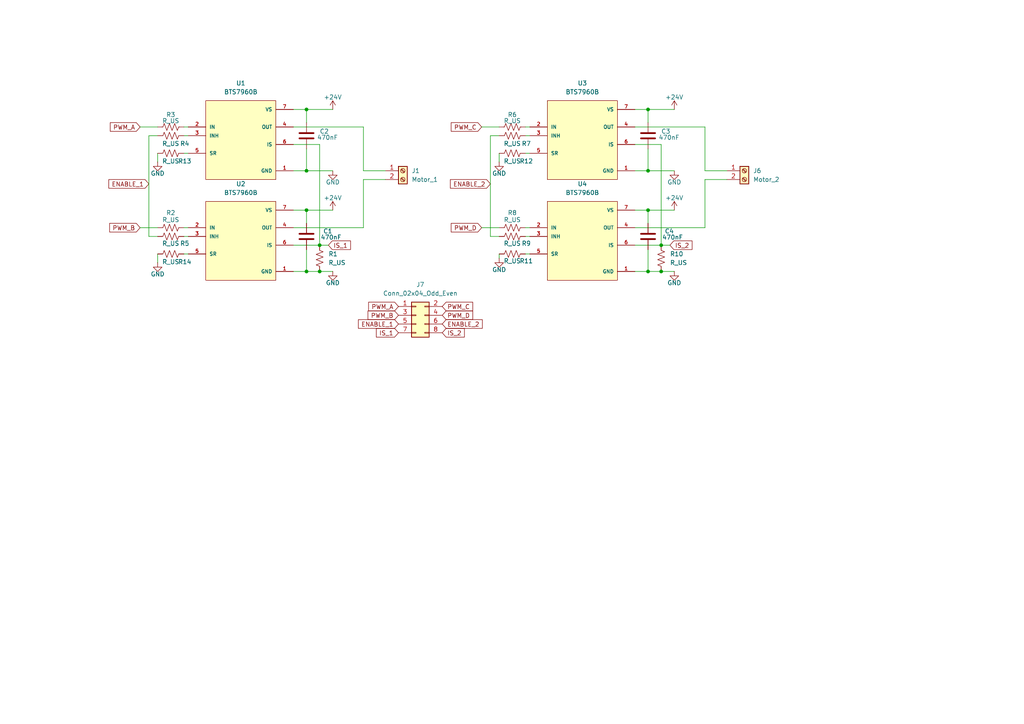
<source format=kicad_sch>
(kicad_sch (version 20250114) (generator "eeschema") (generator_version "9.0")
  (paper "A4")
  (lib_symbols
    (symbol "Connector:Screw_Terminal_01x02" (pin_names (offset 1.016) (hide yes))
      (property "Reference" "J" (at 0 2.54 0))
      (property "Value" "Screw_Terminal_01x02" (at 0 -5.08 0))
      (symbol "Screw_Terminal_01x02_1_1"
        (rectangle (start -1.27 1.27) (end 1.27 -3.81) (stroke (width 0.254)) (fill (type background)))
        (polyline (pts (xy -0.5334 0.3302) (xy 0.3302 -0.508)) (stroke (width 0.1524)))
        (polyline (pts (xy -0.5334 -2.2098) (xy 0.3302 -3.048)) (stroke (width 0.1524)))
        (polyline (pts (xy -0.3556 0.508) (xy 0.508 -0.3302)) (stroke (width 0.1524)))
        (polyline (pts (xy -0.3556 -2.032) (xy 0.508 -2.8702)) (stroke (width 0.1524)))
        (circle (center 0 0) (radius 0.635) (stroke (width 0.1524)))
        (circle (center 0 -2.54) (radius 0.635) (stroke (width 0.1524)))
        (pin passive line (at -5.08 0 0) (length 3.81) (name "Pin_1") (number "1"))
        (pin passive line (at -5.08 -2.54 0) (length 3.81) (name "Pin_2") (number "2"))
      )
    )
    (symbol "Connector_Generic:Conn_02x04_Odd_Even" (pin_names (offset 1.016) (hide yes))
      (property "Reference" "J" (at 1.27 5.08 0))
      (property "Value" "Conn_02x04_Odd_Even" (at 1.27 -7.62 0))
      (symbol "Conn_02x04_Odd_Even_1_1"
        (rectangle (start -1.27 3.81) (end 3.81 -6.35) (stroke (width 0.254)) (fill (type background)))
        (rectangle (start -1.27 2.667) (end 0 2.413) (stroke (width 0.1524)))
        (rectangle (start -1.27 0.127) (end 0 -0.127) (stroke (width 0.1524)))
        (rectangle (start -1.27 -2.413) (end 0 -2.667) (stroke (width 0.1524)))
        (rectangle (start -1.27 -4.953) (end 0 -5.207) (stroke (width 0.1524)))
        (rectangle (start 3.81 2.667) (end 2.54 2.413) (stroke (width 0.1524)))
        (rectangle (start 3.81 0.127) (end 2.54 -0.127) (stroke (width 0.1524)))
        (rectangle (start 3.81 -2.413) (end 2.54 -2.667) (stroke (width 0.1524)))
        (rectangle (start 3.81 -4.953) (end 2.54 -5.207) (stroke (width 0.1524)))
        (pin passive line (at -5.08 2.54 0) (length 3.81) (name "Pin_1") (number "1"))
        (pin passive line (at -5.08 0 0) (length 3.81) (name "Pin_3") (number "3"))
        (pin passive line (at -5.08 -2.54 0) (length 3.81) (name "Pin_5") (number "5"))
        (pin passive line (at -5.08 -5.08 0) (length 3.81) (name "Pin_7") (number "7"))
        (pin passive line (at 7.62 2.54 180) (length 3.81) (name "Pin_2") (number "2"))
        (pin passive line (at 7.62 0 180) (length 3.81) (name "Pin_4") (number "4"))
        (pin passive line (at 7.62 -2.54 180) (length 3.81) (name "Pin_6") (number "6"))
        (pin passive line (at 7.62 -5.08 180) (length 3.81) (name "Pin_8") (number "8"))
      )
    )
    (symbol "Device:C" (pin_numbers (hide yes)) (pin_names (offset 0.254))
      (property "Reference" "C" (at 0.635 2.54 0))
      (property "Value" "C" (at 0.635 -2.54 0))
      (symbol "C_0_1"
        (polyline (pts (xy -2.032 0.762) (xy 2.032 0.762)) (stroke (width 0.508)))
        (polyline (pts (xy -2.032 -0.762) (xy 2.032 -0.762)) (stroke (width 0.508)))
      )
      (symbol "C_1_1"
        (pin passive line (at 0 3.81 270) (length 2.794) (name "~") (number "1"))
        (pin passive line (at 0 -3.81 90) (length 2.794) (name "~") (number "2"))
      )
    )
    (symbol "Device:R_US" (pin_numbers (hide yes)) (pin_names (offset 0))
      (property "Reference" "R" (at 2.54 0 90))
      (property "Value" "R_US" (at -2.54 0 90))
      (symbol "R_US_0_1"
        (polyline (pts (xy 0 2.286) (xy 0 2.54)))
        (polyline (pts (xy 0 2.286) (xy 1.016 1.905) (xy 0 1.524) (xy -1.016 1.143) (xy 0 0.762)))
        (polyline (pts (xy 0 0.762) (xy 1.016 0.381) (xy 0 0) (xy -1.016 -0.381) (xy 0 -0.762)))
        (polyline (pts (xy 0 -0.762) (xy 1.016 -1.143) (xy 0 -1.524) (xy -1.016 -1.905) (xy 0 -2.286)))
        (polyline (pts (xy 0 -2.286) (xy 0 -2.54)))
      )
      (symbol "R_US_1_1"
        (pin passive line (at 0 3.81 270) (length 1.27) (name "~") (number "1"))
        (pin passive line (at 0 -3.81 90) (length 1.27) (name "~") (number "2"))
      )
    )
    (symbol "Electronianos_Lib:BTS7960B" (pin_names (offset 1.016))
      (property "Reference" "U" (at -10.16 10.922 0))
      (property "Value" "BTS7960B" (at -10.16 -15.24 0))
      (symbol "BTS7960B_0_0"
        (rectangle (start -10.16 -12.7) (end 10.16 10.16) (stroke (width 0.1524)) (fill (type background)))
        (pin input line (at -15.24 2.54 0) (length 5.08) (name "IN") (number "2"))
        (pin input line (at -15.24 0 0) (length 5.08) (name "INH") (number "3"))
        (pin input line (at -15.24 -5.08 0) (length 5.08) (name "SR") (number "5"))
        (pin power_in line (at 15.24 7.62 180) (length 5.08) (name "VS") (number "7"))
        (pin output line (at 15.24 2.54 180) (length 5.08) (name "OUT") (number "4"))
        (pin output line (at 15.24 2.54 180) (length 5.08) (hide yes) (name "OUT") (number "8"))
        (pin output line (at 15.24 -2.54 180) (length 5.08) (name "IS") (number "6"))
        (pin power_in line (at 15.24 -10.16 180) (length 5.08) (name "GND") (number "1"))
      )
    )
    (symbol "power:+24V" (power) (pin_numbers (hide yes)) (pin_names (offset 0) (hide yes))
      (property "Value" "+24V" (at 0 3.556 0))
      (symbol "+24V_0_1"
        (polyline (pts (xy -0.762 1.27) (xy 0 2.54)))
        (polyline (pts (xy 0 2.54) (xy 0.762 1.27)))
        (polyline (pts (xy 0 0) (xy 0 2.54)))
      )
      (symbol "+24V_1_1"
        (pin power_in line (at 0 0 90) (length 0) (name "~") (number "1"))
      )
    )
    (symbol "power:GND" (power) (pin_numbers (hide yes)) (pin_names (offset 0) (hide yes))
      (property "Value" "GND" (at 0 -3.81 0))
      (symbol "GND_0_1"
        (polyline (pts (xy 0 0) (xy 0 -1.27) (xy 1.27 -1.27) (xy 0 -2.54) (xy -1.27 -1.27) (xy 0 -1.27)))
      )
      (symbol "GND_1_1"
        (pin power_in line (at 0 0 270) (length 0) (name "~") (number "1"))
      )
    )
  )
  (junction (at 92.71 78.74))
  (junction (at 88.9 78.74))
  (junction (at 191.77 78.74))
  (junction (at 187.96 49.53))
  (junction (at 88.9 60.96))
  (junction (at 92.71 71.12))
  (junction (at 88.9 31.75))
  (junction (at 88.9 49.53))
  (junction (at 187.96 78.74))
  (junction (at 187.96 60.96))
  (junction (at 191.77 71.12))
  (junction (at 187.96 31.75))
  (wire (pts (xy 204.47 36.83) (xy 204.47 49.53)))
  (wire (pts (xy 40.64 36.83) (xy 45.72 36.83)))
  (wire (pts (xy 88.9 43.18) (xy 88.9 49.53)))
  (wire (pts (xy 96.52 31.75) (xy 88.9 31.75)))
  (wire (pts (xy 88.9 78.74) (xy 85.09 78.74)))
  (wire (pts (xy 53.34 36.83) (xy 54.61 36.83)))
  (wire (pts (xy 92.71 71.12) (xy 85.09 71.12)))
  (wire (pts (xy 152.4 73.66) (xy 153.67 73.66)))
  (wire (pts (xy 85.09 41.91) (xy 92.71 41.91)))
  (wire (pts (xy 187.96 43.18) (xy 187.96 49.53)))
  (wire (pts (xy 204.47 52.07) (xy 210.82 52.07)))
  (wire (pts (xy 105.41 66.04) (xy 105.41 52.07)))
  (wire (pts (xy 88.9 49.53) (xy 85.09 49.53)))
  (wire (pts (xy 187.96 49.53) (xy 184.15 49.53)))
  (wire (pts (xy 45.72 44.45) (xy 45.72 46.99)))
  (wire (pts (xy 53.34 73.66) (xy 54.61 73.66)))
  (wire (pts (xy 95.25 71.12) (xy 92.71 71.12)))
  (wire (pts (xy 88.9 49.53) (xy 96.52 49.53)))
  (wire (pts (xy 187.96 78.74) (xy 184.15 78.74)))
  (wire (pts (xy 96.52 60.96) (xy 88.9 60.96)))
  (wire (pts (xy 187.96 49.53) (xy 195.58 49.53)))
  (wire (pts (xy 92.71 78.74) (xy 88.9 78.74)))
  (wire (pts (xy 88.9 60.96) (xy 88.9 64.77)))
  (wire (pts (xy 139.7 36.83) (xy 144.78 36.83)))
  (wire (pts (xy 144.78 39.37) (xy 142.24 39.37)))
  (wire (pts (xy 53.34 68.58) (xy 54.61 68.58)))
  (wire (pts (xy 53.34 66.04) (xy 54.61 66.04)))
  (wire (pts (xy 152.4 66.04) (xy 153.67 66.04)))
  (wire (pts (xy 204.47 66.04) (xy 204.47 52.07)))
  (wire (pts (xy 105.41 49.53) (xy 111.76 49.53)))
  (wire (pts (xy 187.96 31.75) (xy 184.15 31.75)))
  (wire (pts (xy 195.58 78.74) (xy 191.77 78.74)))
  (wire (pts (xy 45.72 73.66) (xy 45.72 76.2)))
  (wire (pts (xy 105.41 52.07) (xy 111.76 52.07)))
  (wire (pts (xy 152.4 44.45) (xy 153.67 44.45)))
  (wire (pts (xy 105.41 36.83) (xy 105.41 49.53)))
  (wire (pts (xy 195.58 31.75) (xy 187.96 31.75)))
  (wire (pts (xy 53.34 44.45) (xy 54.61 44.45)))
  (wire (pts (xy 144.78 44.45) (xy 144.78 46.99)))
  (wire (pts (xy 152.4 36.83) (xy 153.67 36.83)))
  (wire (pts (xy 92.71 41.91) (xy 92.71 71.12)))
  (wire (pts (xy 85.09 66.04) (xy 105.41 66.04)))
  (wire (pts (xy 88.9 60.96) (xy 85.09 60.96)))
  (wire (pts (xy 191.77 71.12) (xy 184.15 71.12)))
  (wire (pts (xy 195.58 60.96) (xy 187.96 60.96)))
  (wire (pts (xy 191.77 78.74) (xy 187.96 78.74)))
  (wire (pts (xy 187.96 72.39) (xy 187.96 78.74)))
  (wire (pts (xy 194.31 71.12) (xy 191.77 71.12)))
  (wire (pts (xy 187.96 31.75) (xy 187.96 35.56)))
  (wire (pts (xy 184.15 36.83) (xy 204.47 36.83)))
  (wire (pts (xy 142.24 68.58) (xy 144.78 68.58)))
  (wire (pts (xy 153.67 39.37) (xy 152.4 39.37)))
  (wire (pts (xy 43.18 39.37) (xy 43.18 68.58)))
  (wire (pts (xy 204.47 49.53) (xy 210.82 49.53)))
  (wire (pts (xy 43.18 68.58) (xy 45.72 68.58)))
  (wire (pts (xy 187.96 60.96) (xy 187.96 64.77)))
  (wire (pts (xy 54.61 39.37) (xy 53.34 39.37)))
  (wire (pts (xy 139.7 66.04) (xy 144.78 66.04)))
  (wire (pts (xy 85.09 36.83) (xy 105.41 36.83)))
  (wire (pts (xy 45.72 39.37) (xy 43.18 39.37)))
  (wire (pts (xy 142.24 39.37) (xy 142.24 68.58)))
  (wire (pts (xy 152.4 68.58) (xy 153.67 68.58)))
  (wire (pts (xy 144.78 73.66) (xy 144.78 74.93)))
  (wire (pts (xy 184.15 41.91) (xy 191.77 41.91)))
  (wire (pts (xy 184.15 66.04) (xy 204.47 66.04)))
  (wire (pts (xy 96.52 78.74) (xy 92.71 78.74)))
  (wire (pts (xy 187.96 60.96) (xy 184.15 60.96)))
  (wire (pts (xy 191.77 41.91) (xy 191.77 71.12)))
  (wire (pts (xy 88.9 31.75) (xy 88.9 35.56)))
  (wire (pts (xy 40.64 66.04) (xy 45.72 66.04)))
  (wire (pts (xy 88.9 72.39) (xy 88.9 78.74)))
  (wire (pts (xy 88.9 31.75) (xy 85.09 31.75)))
  (global_label "PWM_A" (shape input) (at 115.57 88.9 180) (property "Intersheetrefs" "${INTERSHEET_REFS}" (effects (hide yes))))
  (global_label "PWM_B" (shape input) (at 115.57 91.44 180) (property "Intersheetrefs" "${INTERSHEET_REFS}" (effects (hide yes))))
  (global_label "IS_1" (shape input) (at 95.25 71.12 0) (property "Intersheetrefs" "${INTERSHEET_REFS}" (effects (hide yes))))
  (global_label "PWM_A" (shape input) (at 40.64 36.83 180) (property "Intersheetrefs" "${INTERSHEET_REFS}" (effects (hide yes))))
  (global_label "ENABLE_1" (shape input) (at 115.57 93.98 180) (property "Intersheetrefs" "${INTERSHEET_REFS}" (effects (hide yes))))
  (global_label "PWM_C" (shape input) (at 139.7 36.83 180) (property "Intersheetrefs" "${INTERSHEET_REFS}" (effects (hide yes))))
  (global_label "PWM_D" (shape input) (at 128.27 91.44 0) (property "Intersheetrefs" "${INTERSHEET_REFS}" (effects (hide yes))))
  (global_label "IS_2" (shape input) (at 194.31 71.12 0) (property "Intersheetrefs" "${INTERSHEET_REFS}" (effects (hide yes))))
  (global_label "ENABLE_1" (shape input) (at 43.18 53.34 180) (property "Intersheetrefs" "${INTERSHEET_REFS}" (effects (hide yes))))
  (global_label "ENABLE_2" (shape input) (at 128.27 93.98 0) (property "Intersheetrefs" "${INTERSHEET_REFS}" (effects (hide yes))))
  (global_label "IS_2" (shape input) (at 128.27 96.52 0) (property "Intersheetrefs" "${INTERSHEET_REFS}" (effects (hide yes))))
  (global_label "PWM_B" (shape input) (at 40.64 66.04 180) (property "Intersheetrefs" "${INTERSHEET_REFS}" (effects (hide yes))))
  (global_label "PWM_C" (shape input) (at 128.27 88.9 0) (property "Intersheetrefs" "${INTERSHEET_REFS}" (effects (hide yes))))
  (global_label "IS_1" (shape input) (at 115.57 96.52 180) (property "Intersheetrefs" "${INTERSHEET_REFS}" (effects (hide yes))))
  (global_label "ENABLE_2" (shape input) (at 142.24 53.34 180) (property "Intersheetrefs" "${INTERSHEET_REFS}" (effects (hide yes))))
  (global_label "PWM_D" (shape input) (at 139.7 66.04 180) (property "Intersheetrefs" "${INTERSHEET_REFS}" (effects (hide yes))))
  (symbol (lib_id "Device:R_US") (at 49.53 39.37 270) (unit 1)
    (property "Reference" "R4" (at 53.594 41.656 90))
    (property "Value" "R_US" (at 49.53 41.656 90))
    (property "Footprint" "Resistor_SMD:R_0805_2012Metric_Pad1.20x1.40mm_HandSolder" (effects (hide yes)))
    (property "Description" "Resistor, US symbol" (effects (hide yes)))
  )
  (symbol (lib_id "Device:R_US") (at 49.53 44.45 270) (unit 1)
    (property "Reference" "R13" (at 53.594 46.736 90))
    (property "Value" "R_US" (at 49.53 46.736 90))
    (property "Footprint" "Resistor_SMD:R_0805_2012Metric_Pad1.20x1.40mm_HandSolder" (effects (hide yes)))
    (property "Description" "Resistor, US symbol" (effects (hide yes)))
  )
  (symbol (lib_id "Device:R_US") (at 49.53 73.66 270) (unit 1)
    (property "Reference" "R14" (at 53.594 75.946 90))
    (property "Value" "R_US" (at 49.53 75.946 90))
    (property "Footprint" "Resistor_SMD:R_0805_2012Metric_Pad1.20x1.40mm_HandSolder" (effects (hide yes)))
    (property "Description" "Resistor, US symbol" (effects (hide yes)))
  )
  (symbol (lib_id "Electronianos_Lib:BTS7960B") (at 69.85 39.37 0) (unit 1)
    (property "Reference" "U1" (at 69.85 24.13 0))
    (property "Value" "BTS7960B" (at 69.85 26.67 0))
    (property "Footprint" "Electronianos_Lib:BTS7960B_DPAK127P1490X440-8N" (effects (hide yes)))
    (property "MF" "Infineon" (effects (hide yes)))
    (property "MAXIMUM_PACKAGE_HEIGHT" "4.4mm" (effects (hide yes)))
    (property "Package" "TO-263 Infineon" (effects (hide yes)))
    (property "Price" "None" (effects (hide yes)))
    (property "Check_prices" "https://www.snapeda.com/parts/BTS7960B/Infineon/view-part/?ref=eda" (effects (hide yes)))
    (property "STANDARD" "IPC-7351B" (effects (hide yes)))
    (property "PARTREV" "1.1" (effects (hide yes)))
    (property "SnapEDA_Link" "https://www.snapeda.com/parts/BTS7960B/Infineon/view-part/?ref=snap" (effects (hide yes)))
    (property "MP" "BTS7960B" (effects (hide yes)))
    (property "Purchase-URL" "https://www.snapeda.com/api/url_track_click_mouser/?unipart_id=567474&manufacturer=Infineon&part_name=BTS7960B&search_term=None" (effects (hide yes)))
    (property "Description_1" "Half Bridge Driver DC Motors, General Purpose DMOS PG-TO263-7-1" (effects (hide yes)))
    (property "Availability" "In Stock" (effects (hide yes)))
    (property "MANUFACTURER" "Infineon" (effects (hide yes)))
  )
  (symbol (lib_id "power:+24V") (at 96.52 31.75 0) (unit 1)
    (property "Reference" "#PWR07" (effects (hide yes)))
    (property "Value" "+24V" (at 96.52 28.194 0))
    (property "Description" "Power symbol creates a global label with name \"+24V\"" (effects (hide yes)))
  )
  (symbol (lib_id "power:GND") (at 96.52 49.53 0) (unit 1)
    (property "Reference" "#PWR04" (effects (hide yes)))
    (property "Value" "GND" (at 96.52 52.832 0))
    (property "Description" "Power symbol creates a global label with name \"GND\" , ground" (effects (hide yes)))
  )
  (symbol (lib_id "Device:R_US") (at 148.59 68.58 270) (unit 1)
    (property "Reference" "R9" (at 152.654 70.612 90))
    (property "Value" "R_US" (at 148.59 70.612 90))
    (property "Footprint" "Resistor_SMD:R_0805_2012Metric_Pad1.20x1.40mm_HandSolder" (effects (hide yes)))
    (property "Description" "Resistor, US symbol" (effects (hide yes)))
  )
  (symbol (lib_id "Device:C") (at 88.9 39.37 0) (unit 1)
    (property "Reference" "C2" (at 92.71 38.0999 0) (effects (justify left)))
    (property "Value" "470nF" (at 91.948 39.878 0) (effects (justify left)))
    (property "Footprint" "Capacitor_SMD:C_0805_2012Metric_Pad1.18x1.45mm_HandSolder" (effects (hide yes)))
    (property "Description" "Unpolarized capacitor" (effects (hide yes)))
  )
  (symbol (lib_id "Device:R_US") (at 191.77 74.93 0) (unit 1)
    (property "Reference" "R10" (at 194.31 73.6599 0) (effects (justify left)))
    (property "Value" "R_US" (at 194.31 76.1999 0) (effects (justify left)))
    (property "Footprint" "Resistor_SMD:R_0805_2012Metric_Pad1.20x1.40mm_HandSolder" (effects (hide yes)))
    (property "Description" "Resistor, US symbol" (effects (hide yes)))
  )
  (symbol (lib_id "Connector_Generic:Conn_02x04_Odd_Even") (at 120.65 91.44 0) (unit 1)
    (property "Reference" "J7" (at 121.92 82.55 0))
    (property "Value" "Conn_02x04_Odd_Even" (at 121.92 85.09 0))
    (property "Footprint" "Connector_PinHeader_2.54mm:PinHeader_2x04_P2.54mm_Horizontal" (effects (hide yes)))
    (property "Description" "Generic connector, double row, 02x04, odd/even pin numbering scheme (row 1 odd numbers, row 2 even numbers), script generated (kicad-library-utils/schlib/autogen/connector/)" (effects (hide yes)))
  )
  (symbol (lib_id "Electronianos_Lib:BTS7960B") (at 69.85 68.58 0) (unit 1)
    (property "Reference" "U2" (at 69.85 53.34 0))
    (property "Value" "BTS7960B" (at 69.85 55.88 0))
    (property "Footprint" "Electronianos_Lib:BTS7960B_DPAK127P1490X440-8N" (effects (hide yes)))
    (property "MF" "Infineon" (effects (hide yes)))
    (property "MAXIMUM_PACKAGE_HEIGHT" "4.4mm" (effects (hide yes)))
    (property "Package" "TO-263 Infineon" (effects (hide yes)))
    (property "Price" "None" (effects (hide yes)))
    (property "Check_prices" "https://www.snapeda.com/parts/BTS7960B/Infineon/view-part/?ref=eda" (effects (hide yes)))
    (property "STANDARD" "IPC-7351B" (effects (hide yes)))
    (property "PARTREV" "1.1" (effects (hide yes)))
    (property "SnapEDA_Link" "https://www.snapeda.com/parts/BTS7960B/Infineon/view-part/?ref=snap" (effects (hide yes)))
    (property "MP" "BTS7960B" (effects (hide yes)))
    (property "Purchase-URL" "https://www.snapeda.com/api/url_track_click_mouser/?unipart_id=567474&manufacturer=Infineon&part_name=BTS7960B&search_term=None" (effects (hide yes)))
    (property "Description_1" "Half Bridge Driver DC Motors, General Purpose DMOS PG-TO263-7-1" (effects (hide yes)))
    (property "Availability" "In Stock" (effects (hide yes)))
    (property "MANUFACTURER" "Infineon" (effects (hide yes)))
  )
  (symbol (lib_id "Device:R_US") (at 148.59 66.04 270) (unit 1)
    (property "Reference" "R8" (at 148.59 61.722 90))
    (property "Value" "R_US" (at 148.59 63.754 90))
    (property "Footprint" "Resistor_SMD:R_0805_2012Metric_Pad1.20x1.40mm_HandSolder" (effects (hide yes)))
    (property "Description" "Resistor, US symbol" (effects (hide yes)))
  )
  (symbol (lib_id "Device:C") (at 88.9 68.58 0) (unit 1)
    (property "Reference" "C1" (at 93.726 67.056 0) (effects (justify left)))
    (property "Value" "470nF" (at 92.964 68.834 0) (effects (justify left)))
    (property "Footprint" "Capacitor_SMD:C_0805_2012Metric_Pad1.18x1.45mm_HandSolder" (effects (hide yes)))
    (property "Description" "Unpolarized capacitor" (effects (hide yes)))
  )
  (symbol (lib_id "power:GND") (at 144.78 46.99 0) (unit 1)
    (property "Reference" "#PWR05" (effects (hide yes)))
    (property "Value" "GND" (at 144.78 50.292 0))
    (property "Description" "Power symbol creates a global label with name \"GND\" , ground" (effects (hide yes)))
  )
  (symbol (lib_id "Device:R_US") (at 148.59 44.45 270) (unit 1)
    (property "Reference" "R12" (at 152.654 46.736 90))
    (property "Value" "R_US" (at 148.59 46.736 90))
    (property "Footprint" "Resistor_SMD:R_0805_2012Metric_Pad1.20x1.40mm_HandSolder" (effects (hide yes)))
    (property "Description" "Resistor, US symbol" (effects (hide yes)))
  )
  (symbol (lib_id "Device:C") (at 187.96 39.37 0) (unit 1)
    (property "Reference" "C3" (at 191.77 38.0999 0) (effects (justify left)))
    (property "Value" "470nF" (at 191.008 39.878 0) (effects (justify left)))
    (property "Footprint" "Capacitor_SMD:C_0805_2012Metric_Pad1.18x1.45mm_HandSolder" (effects (hide yes)))
    (property "Description" "Unpolarized capacitor" (effects (hide yes)))
  )
  (symbol (lib_id "power:GND") (at 144.78 74.93 0) (unit 1)
    (property "Reference" "#PWR08" (effects (hide yes)))
    (property "Value" "GND" (at 144.78 78.232 0))
    (property "Description" "Power symbol creates a global label with name \"GND\" , ground" (effects (hide yes)))
  )
  (symbol (lib_id "Electronianos_Lib:BTS7960B") (at 168.91 68.58 0) (unit 1)
    (property "Reference" "U4" (at 168.91 53.34 0))
    (property "Value" "BTS7960B" (at 168.91 55.88 0))
    (property "Footprint" "Electronianos_Lib:BTS7960B_DPAK127P1490X440-8N" (effects (hide yes)))
    (property "MF" "Infineon" (effects (hide yes)))
    (property "MAXIMUM_PACKAGE_HEIGHT" "4.4mm" (effects (hide yes)))
    (property "Package" "TO-263 Infineon" (effects (hide yes)))
    (property "Price" "None" (effects (hide yes)))
    (property "Check_prices" "https://www.snapeda.com/parts/BTS7960B/Infineon/view-part/?ref=eda" (effects (hide yes)))
    (property "STANDARD" "IPC-7351B" (effects (hide yes)))
    (property "PARTREV" "1.1" (effects (hide yes)))
    (property "SnapEDA_Link" "https://www.snapeda.com/parts/BTS7960B/Infineon/view-part/?ref=snap" (effects (hide yes)))
    (property "MP" "BTS7960B" (effects (hide yes)))
    (property "Purchase-URL" "https://www.snapeda.com/api/url_track_click_mouser/?unipart_id=567474&manufacturer=Infineon&part_name=BTS7960B&search_term=None" (effects (hide yes)))
    (property "Description_1" "Half Bridge Driver DC Motors, General Purpose DMOS PG-TO263-7-1" (effects (hide yes)))
    (property "Availability" "In Stock" (effects (hide yes)))
    (property "MANUFACTURER" "Infineon" (effects (hide yes)))
  )
  (symbol (lib_id "Connector:Screw_Terminal_01x02") (at 215.9 49.53 0) (unit 1)
    (property "Reference" "J6" (at 218.44 49.5299 0) (effects (justify left)))
    (property "Value" "Motor_2" (at 218.44 52.0699 0) (effects (justify left)))
    (property "Footprint" "Connector_AMASS:AMASS_XT30PW-M_1x02_P2.50mm_Horizontal" (effects (hide yes)))
    (property "Description" "Generic screw terminal, single row, 01x02, script generated (kicad-library-utils/schlib/autogen/connector/)" (effects (hide yes)))
  )
  (symbol (lib_id "Device:C") (at 187.96 68.58 0) (unit 1)
    (property "Reference" "C4" (at 192.786 67.056 0) (effects (justify left)))
    (property "Value" "470nF" (at 192.024 68.834 0) (effects (justify left)))
    (property "Footprint" "Capacitor_SMD:C_0805_2012Metric_Pad1.18x1.45mm_HandSolder" (effects (hide yes)))
    (property "Description" "Unpolarized capacitor" (effects (hide yes)))
  )
  (symbol (lib_id "Device:R_US") (at 148.59 36.83 270) (unit 1)
    (property "Reference" "R6" (at 148.59 33.274 90))
    (property "Value" "R_US" (at 148.59 35.052 90))
    (property "Footprint" "Resistor_SMD:R_0805_2012Metric_Pad1.20x1.40mm_HandSolder" (effects (hide yes)))
    (property "Description" "Resistor, US symbol" (effects (hide yes)))
  )
  (symbol (lib_id "Device:R_US") (at 148.59 39.37 270) (unit 1)
    (property "Reference" "R7" (at 152.654 41.656 90))
    (property "Value" "R_US" (at 148.59 41.656 90))
    (property "Footprint" "Resistor_SMD:R_0805_2012Metric_Pad1.20x1.40mm_HandSolder" (effects (hide yes)))
    (property "Description" "Resistor, US symbol" (effects (hide yes)))
  )
  (symbol (lib_id "power:+24V") (at 195.58 31.75 0) (unit 1)
    (property "Reference" "#PWR09" (effects (hide yes)))
    (property "Value" "+24V" (at 195.58 28.194 0))
    (property "Description" "Power symbol creates a global label with name \"+24V\"" (effects (hide yes)))
  )
  (symbol (lib_id "Electronianos_Lib:BTS7960B") (at 168.91 39.37 0) (unit 1)
    (property "Reference" "U3" (at 168.91 24.13 0))
    (property "Value" "BTS7960B" (at 168.91 26.67 0))
    (property "Footprint" "Electronianos_Lib:BTS7960B_DPAK127P1490X440-8N" (effects (hide yes)))
    (property "MF" "Infineon" (effects (hide yes)))
    (property "MAXIMUM_PACKAGE_HEIGHT" "4.4mm" (effects (hide yes)))
    (property "Package" "TO-263 Infineon" (effects (hide yes)))
    (property "Price" "None" (effects (hide yes)))
    (property "Check_prices" "https://www.snapeda.com/parts/BTS7960B/Infineon/view-part/?ref=eda" (effects (hide yes)))
    (property "STANDARD" "IPC-7351B" (effects (hide yes)))
    (property "PARTREV" "1.1" (effects (hide yes)))
    (property "SnapEDA_Link" "https://www.snapeda.com/parts/BTS7960B/Infineon/view-part/?ref=snap" (effects (hide yes)))
    (property "MP" "BTS7960B" (effects (hide yes)))
    (property "Purchase-URL" "https://www.snapeda.com/api/url_track_click_mouser/?unipart_id=567474&manufacturer=Infineon&part_name=BTS7960B&search_term=None" (effects (hide yes)))
    (property "Description_1" "Half Bridge Driver DC Motors, General Purpose DMOS PG-TO263-7-1" (effects (hide yes)))
    (property "Availability" "In Stock" (effects (hide yes)))
    (property "MANUFACTURER" "Infineon" (effects (hide yes)))
  )
  (symbol (lib_id "power:GND") (at 96.52 78.74 0) (unit 1)
    (property "Reference" "#PWR01" (effects (hide yes)))
    (property "Value" "GND" (at 96.52 82.042 0))
    (property "Description" "Power symbol creates a global label with name \"GND\" , ground" (effects (hide yes)))
  )
  (symbol (lib_id "Device:R_US") (at 49.53 66.04 270) (unit 1)
    (property "Reference" "R2" (at 49.53 61.722 90))
    (property "Value" "R_US" (at 49.53 63.754 90))
    (property "Footprint" "Resistor_SMD:R_0805_2012Metric_Pad1.20x1.40mm_HandSolder" (effects (hide yes)))
    (property "Description" "Resistor, US symbol" (effects (hide yes)))
  )
  (symbol (lib_id "power:+24V") (at 96.52 60.96 0) (unit 1)
    (property "Reference" "#PWR06" (effects (hide yes)))
    (property "Value" "+24V" (at 96.52 57.404 0))
    (property "Description" "Power symbol creates a global label with name \"+24V\"" (effects (hide yes)))
  )
  (symbol (lib_id "Device:R_US") (at 148.59 73.66 270) (unit 1)
    (property "Reference" "R11" (at 152.654 75.692 90))
    (property "Value" "R_US" (at 148.59 75.692 90))
    (property "Footprint" "Resistor_SMD:R_0805_2012Metric_Pad1.20x1.40mm_HandSolder" (effects (hide yes)))
    (property "Description" "Resistor, US symbol" (effects (hide yes)))
  )
  (symbol (lib_id "Connector:Screw_Terminal_01x02") (at 116.84 49.53 0) (unit 1)
    (property "Reference" "J1" (at 119.38 49.5299 0) (effects (justify left)))
    (property "Value" "Motor_1" (at 119.38 52.0699 0) (effects (justify left)))
    (property "Footprint" "Connector_AMASS:AMASS_XT30PW-M_1x02_P2.50mm_Horizontal" (effects (hide yes)))
    (property "Description" "Generic screw terminal, single row, 01x02, script generated (kicad-library-utils/schlib/autogen/connector/)" (effects (hide yes)))
  )
  (symbol (lib_id "Device:R_US") (at 49.53 68.58 270) (unit 1)
    (property "Reference" "R5" (at 53.594 70.612 90))
    (property "Value" "R_US" (at 49.53 70.612 90))
    (property "Footprint" "Resistor_SMD:R_0805_2012Metric_Pad1.20x1.40mm_HandSolder" (effects (hide yes)))
    (property "Description" "Resistor, US symbol" (effects (hide yes)))
  )
  (symbol (lib_id "Device:R_US") (at 92.71 74.93 0) (unit 1)
    (property "Reference" "R1" (at 95.25 73.6599 0) (effects (justify left)))
    (property "Value" "R_US" (at 95.25 76.1999 0) (effects (justify left)))
    (property "Footprint" "Resistor_SMD:R_0805_2012Metric_Pad1.20x1.40mm_HandSolder" (effects (hide yes)))
    (property "Description" "Resistor, US symbol" (effects (hide yes)))
  )
  (symbol (lib_id "power:+24V") (at 195.58 60.96 0) (unit 1)
    (property "Reference" "#PWR011" (effects (hide yes)))
    (property "Value" "+24V" (at 195.58 57.404 0))
    (property "Description" "Power symbol creates a global label with name \"+24V\"" (effects (hide yes)))
  )
  (symbol (lib_id "power:GND") (at 195.58 78.74 0) (unit 1)
    (property "Reference" "#PWR012" (effects (hide yes)))
    (property "Value" "GND" (at 195.58 82.042 0))
    (property "Description" "Power symbol creates a global label with name \"GND\" , ground" (effects (hide yes)))
  )
  (symbol (lib_id "power:GND") (at 195.58 49.53 0) (unit 1)
    (property "Reference" "#PWR010" (effects (hide yes)))
    (property "Value" "GND" (at 195.58 52.832 0))
    (property "Description" "Power symbol creates a global label with name \"GND\" , ground" (effects (hide yes)))
  )
  (symbol (lib_id "Device:R_US") (at 49.53 36.83 270) (unit 1)
    (property "Reference" "R3" (at 49.53 33.274 90))
    (property "Value" "R_US" (at 49.53 35.052 90))
    (property "Footprint" "Resistor_SMD:R_0805_2012Metric_Pad1.20x1.40mm_HandSolder" (effects (hide yes)))
    (property "Description" "Resistor, US symbol" (effects (hide yes)))
  )
  (symbol (lib_id "power:GND") (at 45.72 46.99 0) (unit 1)
    (property "Reference" "#PWR013" (effects (hide yes)))
    (property "Value" "GND" (at 45.72 50.292 0))
    (property "Description" "Power symbol creates a global label with name \"GND\" , ground" (effects (hide yes)))
  )
  (symbol (lib_id "power:GND") (at 45.72 76.2 0) (unit 1)
    (property "Reference" "#PWR014" (effects (hide yes)))
    (property "Value" "GND" (at 45.72 79.502 0))
    (property "Description" "Power symbol creates a global label with name \"GND\" , ground" (effects (hide yes)))
  )
)
</source>
